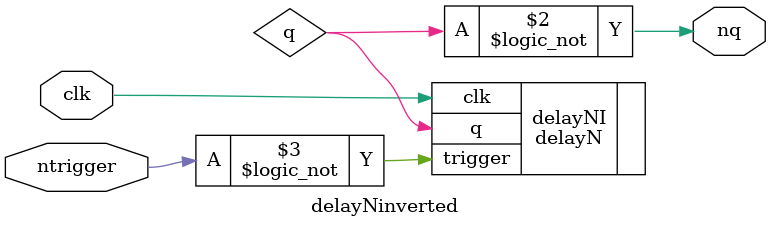
<source format=sv>
module delayNinverted #(parameter N=2) (input bit clk, ntrigger, output bit nq);
  bit q;
  always_comb nq = !q;
  delayN #(.N(N)) delayNI (.clk(clk), .trigger(!ntrigger), .q(q));
endmodule

</source>
